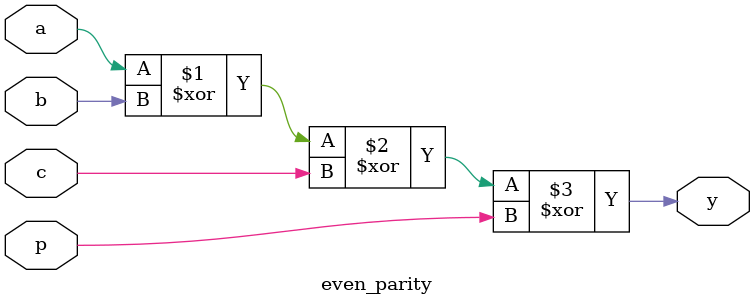
<source format=v>
module even_parity(input a,b,c,p, output y);
        assign y = a^b^c^p ;
endmodule

</source>
